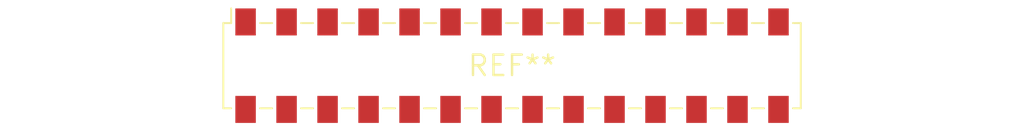
<source format=kicad_pcb>
(kicad_pcb (version 20240108) (generator pcbnew)
  (layers (0 "F.Cu" signal) (31 "B.Cu" signal) (34 "B.Paste" user) (35 "F.Paste" user) (36 "B.SilkS" user "B.Silkscreen") (37 "F.SilkS" user "F.Silkscreen") (38 "B.Mask" user) (39 "F.Mask" user) (44 "Edge.Cuts" user))
  (net 0 "")
  (footprint "Samtec_HLE-114-02-xxx-DV-BE-LC_2x14_P2.54mm_Horizontal" (layer "F.Cu") (at 0 0)
    (property "Reference" "REF**")
    (property "Value" "Samtec_HLE-114-02-xxx-DV-BE-LC_2x14_P2.54mm_Horizontal")
    (fp_line (start -17.89 -2.65) (end -17.89 2.65) (layer "F.SilkS") (stroke (width 0.12)))
    (fp_line (start -17.89 2.65) (end -17.405 2.65) (layer "F.SilkS") (stroke (width 0.12)))
    (fp_line (start -17.405 -3.56) (end -17.405 -2.65) (layer "F.SilkS") (stroke (width 0.12)))
    (fp_line (start -17.405 -2.65) (end -17.89 -2.65) (layer "F.SilkS") (stroke (width 0.12)))
    (fp_line (start -15.615 -2.65) (end -14.865 -2.65) (layer "F.SilkS") (stroke (width 0.12)))
    (fp_line (start -15.615 2.65) (end -14.865 2.65) (layer "F.SilkS") (stroke (width 0.12)))
    (fp_line (start -13.075 -2.65) (end -12.325 -2.65) (layer "F.SilkS") (stroke (width 0.12)))
    (fp_line (start -13.075 2.65) (end -12.325 2.65) (layer "F.SilkS") (stroke (width 0.12)))
    (fp_line (start -10.535 -2.65) (end -9.785 -2.65) (layer "F.SilkS") (stroke (width 0.12)))
    (fp_line (start -10.535 2.65) (end -9.785 2.65) (layer "F.SilkS") (stroke (width 0.12)))
    (fp_line (start -7.995 -2.65) (end -7.245 -2.65) (layer "F.SilkS") (stroke (width 0.12)))
    (fp_line (start -7.995 2.65) (end -7.245 2.65) (layer "F.SilkS") (stroke (width 0.12)))
    (fp_line (start -5.455 -2.65) (end -4.705 -2.65) (layer "F.SilkS") (stroke (width 0.12)))
    (fp_line (start -5.455 2.65) (end -4.705 2.65) (layer "F.SilkS") (stroke (width 0.12)))
    (fp_line (start -2.915 -2.65) (end -2.165 -2.65) (layer "F.SilkS") (stroke (width 0.12)))
    (fp_line (start -2.915 2.65) (end -2.165 2.65) (layer "F.SilkS") (stroke (width 0.12)))
    (fp_line (start -0.375 -2.65) (end 0.375 -2.65) (layer "F.SilkS") (stroke (width 0.12)))
    (fp_line (start -0.375 2.65) (end 0.375 2.65) (layer "F.SilkS") (stroke (width 0.12)))
    (fp_line (start 2.165 -2.65) (end 2.915 -2.65) (layer "F.SilkS") (stroke (width 0.12)))
    (fp_line (start 2.165 2.65) (end 2.915 2.65) (layer "F.SilkS") (stroke (width 0.12)))
    (fp_line (start 4.705 -2.65) (end 5.455 -2.65) (layer "F.SilkS") (stroke (width 0.12)))
    (fp_line (start 4.705 2.65) (end 5.455 2.65) (layer "F.SilkS") (stroke (width 0.12)))
    (fp_line (start 7.245 -2.65) (end 7.995 -2.65) (layer "F.SilkS") (stroke (width 0.12)))
    (fp_line (start 7.245 2.65) (end 7.995 2.65) (layer "F.SilkS") (stroke (width 0.12)))
    (fp_line (start 9.785 -2.65) (end 10.535 -2.65) (layer "F.SilkS") (stroke (width 0.12)))
    (fp_line (start 9.785 2.65) (end 10.535 2.65) (layer "F.SilkS") (stroke (width 0.12)))
    (fp_line (start 12.325 -2.65) (end 13.075 -2.65) (layer "F.SilkS") (stroke (width 0.12)))
    (fp_line (start 12.325 2.65) (end 13.075 2.65) (layer "F.SilkS") (stroke (width 0.12)))
    (fp_line (start 14.865 -2.65) (end 15.615 -2.65) (layer "F.SilkS") (stroke (width 0.12)))
    (fp_line (start 14.865 2.65) (end 15.615 2.65) (layer "F.SilkS") (stroke (width 0.12)))
    (fp_line (start 17.405 -2.65) (end 17.89 -2.65) (layer "F.SilkS") (stroke (width 0.12)))
    (fp_line (start 17.89 -2.65) (end 17.89 2.65) (layer "F.SilkS") (stroke (width 0.12)))
    (fp_line (start 17.89 2.65) (end 17.405 2.65) (layer "F.SilkS") (stroke (width 0.12)))
    (pad "" np_thru_hole circle (at -16.51 -1.27) (size 0.97 0.97) (drill 0.97) (layers *.Cu *.Mask))
    (pad "" np_thru_hole circle (at -16.51 1.27) (size 0.97 0.97) (drill 0.97) (layers *.Cu *.Mask))
    (pad "" np_thru_hole circle (at -15.24 0) (size 1.19 1.19) (drill 1.19) (layers *.Cu *.Mask))
    (pad "" np_thru_hole circle (at -13.97 -1.27) (size 0.97 0.97) (drill 0.97) (layers *.Cu *.Mask))
    (pad "" np_thru_hole circle (at -13.97 1.27) (size 0.97 0.97) (drill 0.97) (layers *.Cu *.Mask))
    (pad "" np_thru_hole circle (at -11.43 -1.27) (size 0.97 0.97) (drill 0.97) (layers *.Cu *.Mask))
    (pad "" np_thru_hole circle (at -11.43 1.27) (size 0.97 0.97) (drill 0.97) (layers *.Cu *.Mask))
    (pad "" np_thru_hole circle (at -8.89 -1.27) (size 0.97 0.97) (drill 0.97) (layers *.Cu *.Mask))
    (pad "" np_thru_hole circle (at -8.89 1.27) (size 0.97 0.97) (drill 0.97) (layers *.Cu *.Mask))
    (pad "" np_thru_hole circle (at -6.35 -1.27) (size 0.97 0.97) (drill 0.97) (layers *.Cu *.Mask))
    (pad "" np_thru_hole circle (at -6.35 1.27) (size 0.97 0.97) (drill 0.97) (layers *.Cu *.Mask))
    (pad "" np_thru_hole circle (at -3.81 -1.27) (size 0.97 0.97) (drill 0.97) (layers *.Cu *.Mask))
    (pad "" np_thru_hole circle (at -3.81 1.27) (size 0.97 0.97) (drill 0.97) (layers *.Cu *.Mask))
    (pad "" np_thru_hole circle (at -1.27 -1.27) (size 0.97 0.97) (drill 0.97) (layers *.Cu *.Mask))
    (pad "" np_thru_hole circle (at -1.27 1.27) (size 0.97 0.97) (drill 0.97) (layers *.Cu *.Mask))
    (pad "" np_thru_hole circle (at 1.27 -1.27) (size 0.97 0.97) (drill 0.97) (layers *.Cu *.Mask))
    (pad "" np_thru_hole circle (at 1.27 1.27) (size 0.97 0.97) (drill 0.97) (layers *.Cu *.Mask))
    (pad "" np_thru_hole circle (at 3.81 -1.27) (size 0.97 0.97) (drill 0.97) (layers *.Cu *.Mask))
    (pad "" np_thru_hole circle (at 3.81 1.27) (size 0.97 0.97) (drill 0.97) (layers *.Cu *.Mask))
    (pad "" np_thru_hole circle (at 6.35 -1.27) (size 0.97 0.97) (drill 0.97) (layers *.Cu *.Mask))
    (pad "" np_thru_hole circle (at 6.35 1.27) (size 0.97 0.97) (drill 0.97) (layers *.Cu *.Mask))
    (pad "" np_thru_hole circle (at 8.89 -1.27) (size 0.97 0.97) (drill 0.97) (layers *.Cu *.Mask))
    (pad "" np_thru_hole circle (at 8.89 1.27) (size 0.97 0.97) (drill 0.97) (layers *.Cu *.Mask))
    (pad "" np_thru_hole circle (at 11.43 -1.27) (size 0.97 0.97) (drill 0.97) (layers *.Cu *.Mask))
    (pad "" np_thru_hole circle (at 11.43 1.27) (size 0.97 0.97) (drill 0.97) (layers *.Cu *.Mask))
    (pad "" np_thru_hole circle (at 13.97 -1.27) (size 0.97 0.97) (drill 0.97) (layers *.Cu *.Mask))
    (pad "" np_thru_hole circle (at 13.97 1.27) (size 0.97 0.97) (drill 0.97) (layers *.Cu *.Mask))
    (pad "" np_thru_hole circle (at 15.24 0) (size 1.19 1.19) (drill 1.19) (layers *.Cu *.Mask))
    (pad "" np_thru_hole circle (at 16.51 -1.27) (size 0.97 0.97) (drill 0.97) (layers *.Cu *.Mask))
    (pad "" np_thru_hole circle (at 16.51 1.27) (size 0.97 0.97) (drill 0.97) (layers *.Cu *.Mask))
    (pad "1" smd rect (at -16.51 -2.72) (size 1.27 1.68) (layers "F.Cu" "F.Paste" "F.Mask"))
    (pad "2" smd rect (at -16.51 2.72) (size 1.27 1.68) (layers "F.Cu" "F.Paste" "F.Mask"))
    (pad "3" smd rect (at -13.97 -2.72) (size 1.27 1.68) (layers "F.Cu" "F.Paste" "F.Mask"))
    (pad "4" smd rect (at -13.97 2.72) (size 1.27 1.68) (layers "F.Cu" "F.Paste" "F.Mask"))
    (pad "5" smd rect (at -11.43 -2.72) (size 1.27 1.68) (layers "F.Cu" "F.Paste" "F.Mask"))
    (pad "6" smd rect (at -11.43 2.72) (size 1.27 1.68) (layers "F.Cu" "F.Paste" "F.Mask"))
    (pad "7" smd rect (at -8.89 -2.72) (size 1.27 1.68) (layers "F.Cu" "F.Paste" "F.Mask"))
    (pad "8" smd rect (at -8.89 2.72) (size 1.27 1.68) (layers "F.Cu" "F.Paste" "F.Mask"))
    (pad "9" smd rect (at -6.35 -2.72) (size 1.27 1.68) (layers "F.Cu" "F.Paste" "F.Mask"))
    (pad "10" smd rect (at -6.35 2.72) (size 1.27 1.68) (layers "F.Cu" "F.Paste" "F.Mask"))
    (pad "11" smd rect (at -3.81 -2.72) (size 1.27 1.68) (layers "F.Cu" "F.Paste" "F.Mask"))
    (pad "12" smd rect (at -3.81 2.72) (size 1.27 1.68) (layers "F.Cu" "F.Paste" "F.Mask"))
    (pad "13" smd rect (at -1.27 -2.72) (size 1.27 1.68) (layers "F.Cu" "F.Paste" "F.Mask"))
    (pad "14" smd rect (at -1.27 2.72) (size 1.27 1.68) (layers "F.Cu" "F.Paste" "F.Mask"))
    (pad "15" smd rect (at 1.27 -2.72) (size 1.27 1.68) (layers "F.Cu" "F.Paste" "F.Mask"))
    (pad "16" smd rect (at 1.27 2.72) (size 1.27 1.68) (layers "F.Cu" "F.Paste" "F.Mask"))
    (pad "17" smd rect (at 3.81 -2.72) (size 1.27 1.68) (layers "F.Cu" "F.Paste" "F.Mask"))
    (pad "18" smd rect (at 3.81 2.72) (size 1.27 1.68) (layers "F.Cu" "F.Paste" "F.Mask"))
    (pad "19" smd rect (at 6.35 -2.72) (size 1.27 1.68) (layers "F.Cu" "F.Paste" "F.Mask"))
    (pad "20" smd rect (at 6.35 2.72) (size 1.27 1.68) (layers "F.Cu" "F.Paste" "F.Mask"))
    (pad "21" smd rect (at 8.89 -2.72) (size 1.27 1.68) (layers "F.Cu" "F.Paste" "F.Mask"))
    (pad "22" smd rect (at 8.89 2.72) (size 1.27 1.68) (layers "F.Cu" "F.Paste" "F.Mask"))
    (pad "23" smd rect (at 11.43 -2.72) (size 1.27 1.68) (layers "F.Cu" "F.Paste" "F.Mask"))
    (pad "24" smd rect (at 11.43 2.72) (size 1.27 1.68) (layers "F.Cu" "F.Paste" "F.Mask"))
    (pad "25" smd rect (at 13.97 -2.72) (size 1.27 1.68) (layers "F.Cu" "F.Paste" "F.Mask"))
    (pad "26" smd rect (at 13.97 2.72) (size 1.27 1.68) (layers "F.Cu" "F.Paste" "F.Mask"))
    (pad "27" smd rect (at 16.51 -2.72) (size 1.27 1.68) (layers "F.Cu" "F.Paste" "F.Mask"))
    (pad "28" smd rect (at 16.51 2.72) (size 1.27 1.68) (layers "F.Cu" "F.Paste" "F.Mask"))
  )
)
</source>
